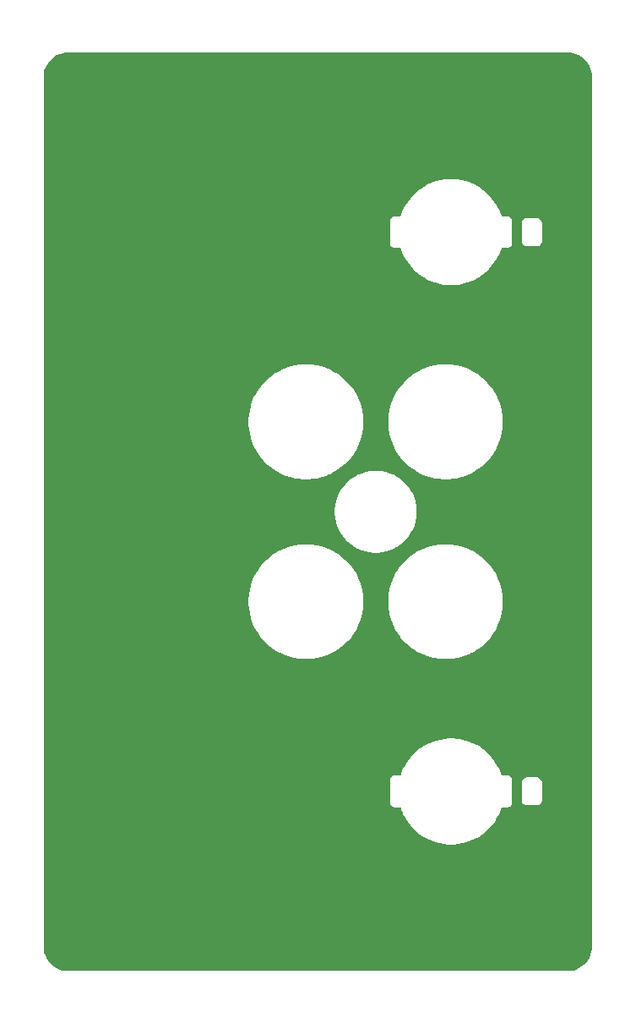
<source format=gbr>
%TF.GenerationSoftware,KiCad,Pcbnew,9.0.5-9.0.5~ubuntu24.04.1*%
%TF.CreationDate,2025-10-22T14:00:52+02:00*%
%TF.ProjectId,misrc_v2.5_front_panel,6d697372-635f-4763-922e-355f66726f6e,rev?*%
%TF.SameCoordinates,Original*%
%TF.FileFunction,Copper,L2,Bot*%
%TF.FilePolarity,Positive*%
%FSLAX46Y46*%
G04 Gerber Fmt 4.6, Leading zero omitted, Abs format (unit mm)*
G04 Created by KiCad (PCBNEW 9.0.5-9.0.5~ubuntu24.04.1) date 2025-10-22 14:00:52*
%MOMM*%
%LPD*%
G01*
G04 APERTURE LIST*
%TA.AperFunction,ComponentPad*%
%ADD10C,5.700000*%
%TD*%
G04 APERTURE END LIST*
D10*
%TO.P,H2,1,1*%
%TO.N,GND*%
X54000000Y-142000000D03*
%TD*%
%TO.P,H1,1,1*%
%TO.N,GND*%
X54000000Y-57000000D03*
%TD*%
%TO.P,H4,1,1*%
%TO.N,GND*%
X102000000Y-57000000D03*
%TD*%
%TO.P,H3,1,1*%
%TO.N,GND*%
X102000000Y-142000000D03*
%TD*%
%TA.AperFunction,Conductor*%
%TO.N,GND*%
G36*
X103001785Y-53500608D02*
G01*
X103297711Y-53518508D01*
X103304784Y-53519366D01*
X103594664Y-53572488D01*
X103601576Y-53574193D01*
X103882933Y-53661868D01*
X103889594Y-53664394D01*
X104158319Y-53785337D01*
X104164628Y-53788648D01*
X104416824Y-53941106D01*
X104422687Y-53945153D01*
X104654667Y-54126897D01*
X104660000Y-54131622D01*
X104868377Y-54339999D01*
X104873102Y-54345332D01*
X105054846Y-54577312D01*
X105058893Y-54583175D01*
X105211351Y-54835371D01*
X105214662Y-54841680D01*
X105335605Y-55110405D01*
X105338131Y-55117066D01*
X105425806Y-55398423D01*
X105427512Y-55405341D01*
X105480633Y-55695215D01*
X105481491Y-55702288D01*
X105499392Y-55998214D01*
X105499500Y-56001776D01*
X105499500Y-142998223D01*
X105499392Y-143001785D01*
X105481491Y-143297711D01*
X105480633Y-143304784D01*
X105427512Y-143594658D01*
X105425806Y-143601576D01*
X105338131Y-143882933D01*
X105335605Y-143889594D01*
X105214662Y-144158319D01*
X105211351Y-144164628D01*
X105058893Y-144416824D01*
X105054846Y-144422687D01*
X104873102Y-144654667D01*
X104868377Y-144660000D01*
X104660000Y-144868377D01*
X104654667Y-144873102D01*
X104422687Y-145054846D01*
X104416824Y-145058893D01*
X104164628Y-145211351D01*
X104158319Y-145214662D01*
X103889594Y-145335605D01*
X103882933Y-145338131D01*
X103601576Y-145425806D01*
X103594658Y-145427512D01*
X103304784Y-145480633D01*
X103297711Y-145481491D01*
X103001785Y-145499392D01*
X102998223Y-145499500D01*
X53001777Y-145499500D01*
X52998215Y-145499392D01*
X52702288Y-145481491D01*
X52695215Y-145480633D01*
X52405341Y-145427512D01*
X52398423Y-145425806D01*
X52117066Y-145338131D01*
X52110405Y-145335605D01*
X51841680Y-145214662D01*
X51835371Y-145211351D01*
X51583175Y-145058893D01*
X51577312Y-145054846D01*
X51345332Y-144873102D01*
X51339999Y-144868377D01*
X51131622Y-144660000D01*
X51126897Y-144654667D01*
X50945153Y-144422687D01*
X50941106Y-144416824D01*
X50788648Y-144164628D01*
X50785337Y-144158319D01*
X50664394Y-143889594D01*
X50661868Y-143882933D01*
X50574193Y-143601576D01*
X50572487Y-143594658D01*
X50519366Y-143304784D01*
X50518508Y-143297711D01*
X50500608Y-143001785D01*
X50500500Y-142998223D01*
X50500500Y-128530727D01*
X85249485Y-128530727D01*
X85249500Y-128600308D01*
X85249500Y-128666095D01*
X85249511Y-128666186D01*
X85249513Y-128666196D01*
X85249514Y-128666200D01*
X85266579Y-128729833D01*
X85266578Y-128729833D01*
X85266787Y-128730610D01*
X85283608Y-128793386D01*
X85283635Y-128793434D01*
X85283650Y-128793487D01*
X85283740Y-128793644D01*
X85283741Y-128793645D01*
X85316565Y-128850469D01*
X85316568Y-128850482D01*
X85316571Y-128850481D01*
X85349386Y-128907316D01*
X85349500Y-128907514D01*
X85349503Y-128907517D01*
X85349547Y-128907575D01*
X85349563Y-128907596D01*
X85349566Y-128907600D01*
X85396169Y-128954183D01*
X85442686Y-129000700D01*
X85442688Y-129000701D01*
X85442770Y-129000764D01*
X85442772Y-129000766D01*
X85499905Y-129033735D01*
X85556814Y-129066592D01*
X85556866Y-129066606D01*
X85556915Y-129066634D01*
X85620551Y-129083669D01*
X85620561Y-129083677D01*
X85620563Y-129083673D01*
X85684108Y-129100700D01*
X85684164Y-129100700D01*
X85684216Y-129100714D01*
X85749275Y-129100700D01*
X85815892Y-129100700D01*
X85819839Y-129100700D01*
X85820066Y-129100684D01*
X86253299Y-129100591D01*
X86295022Y-129117863D01*
X86309435Y-129141392D01*
X86378063Y-129353038D01*
X86378066Y-129353044D01*
X86378068Y-129353050D01*
X86479568Y-129594885D01*
X86550047Y-129762810D01*
X86755717Y-130156717D01*
X86755730Y-130156740D01*
X86993660Y-130532051D01*
X87262180Y-130886134D01*
X87559398Y-131216493D01*
X87883235Y-131520814D01*
X88231403Y-131796950D01*
X88473992Y-131958223D01*
X88601476Y-132042974D01*
X88990842Y-132257151D01*
X88990858Y-132257158D01*
X89396753Y-132437971D01*
X89396763Y-132437975D01*
X89396772Y-132437979D01*
X89816416Y-132584189D01*
X90246827Y-132694754D01*
X90684982Y-132768899D01*
X91127807Y-132806102D01*
X91127816Y-132806102D01*
X91572184Y-132806102D01*
X91572193Y-132806102D01*
X92015018Y-132768899D01*
X92453173Y-132694754D01*
X92883584Y-132584189D01*
X93303228Y-132437979D01*
X93709158Y-132257151D01*
X94098524Y-132042974D01*
X94468593Y-131796952D01*
X94816767Y-131520812D01*
X95140601Y-131216494D01*
X95437821Y-130886133D01*
X95706341Y-130532050D01*
X95944276Y-130156730D01*
X96149954Y-129762808D01*
X96321932Y-129353050D01*
X96358911Y-129239009D01*
X96390594Y-129141302D01*
X96419900Y-129106947D01*
X96446717Y-129100500D01*
X97015892Y-129100500D01*
X97143186Y-129066392D01*
X97257314Y-129000500D01*
X97257314Y-129000499D01*
X97257316Y-129000499D01*
X97350499Y-128907316D01*
X97350500Y-128907314D01*
X97416392Y-128793186D01*
X97450500Y-128665892D01*
X97450500Y-126534106D01*
X98449500Y-126534106D01*
X98449500Y-128465893D01*
X98483607Y-128593185D01*
X98483609Y-128593188D01*
X98549499Y-128707313D01*
X98549501Y-128707316D01*
X98642684Y-128800499D01*
X98642686Y-128800500D01*
X98756814Y-128866392D01*
X98884108Y-128900500D01*
X100015892Y-128900500D01*
X100143186Y-128866392D01*
X100257314Y-128800500D01*
X100257314Y-128800499D01*
X100257316Y-128800499D01*
X100350499Y-128707316D01*
X100350500Y-128707314D01*
X100416392Y-128593186D01*
X100450500Y-128465892D01*
X100450500Y-126534108D01*
X100416392Y-126406814D01*
X100350500Y-126292686D01*
X100350499Y-126292684D01*
X100257316Y-126199501D01*
X100257313Y-126199499D01*
X100143188Y-126133609D01*
X100143185Y-126133607D01*
X100015893Y-126099500D01*
X100015892Y-126099500D01*
X99015892Y-126099500D01*
X98884108Y-126099500D01*
X98884106Y-126099500D01*
X98756814Y-126133607D01*
X98756811Y-126133609D01*
X98642686Y-126199499D01*
X98549499Y-126292686D01*
X98483609Y-126406811D01*
X98483607Y-126406814D01*
X98449500Y-126534106D01*
X97450500Y-126534106D01*
X97450500Y-126334108D01*
X97416392Y-126206814D01*
X97350500Y-126092686D01*
X97350499Y-126092684D01*
X97257316Y-125999501D01*
X97257313Y-125999499D01*
X97143188Y-125933609D01*
X97143185Y-125933607D01*
X97015893Y-125899500D01*
X97015892Y-125899500D01*
X96446112Y-125899500D01*
X96404393Y-125882219D01*
X96390015Y-125858777D01*
X96321019Y-125646996D01*
X96148648Y-125237782D01*
X95942660Y-124844416D01*
X95942651Y-124844402D01*
X95942645Y-124844391D01*
X95704507Y-124469668D01*
X95704498Y-124469654D01*
X95435832Y-124116122D01*
X95138535Y-123786288D01*
X95038430Y-123692372D01*
X94814708Y-123482482D01*
X94602795Y-123314666D01*
X94466607Y-123206817D01*
X94096680Y-122961234D01*
X94096668Y-122961226D01*
X94096658Y-122961220D01*
X94096654Y-122961218D01*
X93707506Y-122747441D01*
X93707485Y-122747431D01*
X93301810Y-122566939D01*
X93301790Y-122566931D01*
X92882430Y-122420994D01*
X92882429Y-122420993D01*
X92882427Y-122420993D01*
X92452324Y-122310633D01*
X92340520Y-122291734D01*
X92014496Y-122236626D01*
X91572037Y-122199495D01*
X91572018Y-122199495D01*
X91127982Y-122199495D01*
X91127962Y-122199495D01*
X90685503Y-122236626D01*
X90247676Y-122310633D01*
X89817569Y-122420994D01*
X89398209Y-122566931D01*
X89398189Y-122566939D01*
X88992514Y-122747431D01*
X88992493Y-122747441D01*
X88603345Y-122961218D01*
X88603319Y-122961234D01*
X88233392Y-123206817D01*
X87885296Y-123482478D01*
X87561464Y-123786288D01*
X87264167Y-124116122D01*
X86995501Y-124469654D01*
X86995492Y-124469668D01*
X86757354Y-124844391D01*
X86757335Y-124844425D01*
X86551348Y-125237788D01*
X86378985Y-125646983D01*
X86378981Y-125646996D01*
X86309985Y-125858777D01*
X86280632Y-125893090D01*
X86253888Y-125899500D01*
X85684106Y-125899500D01*
X85556814Y-125933607D01*
X85556811Y-125933609D01*
X85442686Y-125999499D01*
X85349499Y-126092686D01*
X85283609Y-126206811D01*
X85283607Y-126206814D01*
X85249500Y-126334106D01*
X85249500Y-128530495D01*
X85249485Y-128530727D01*
X50500500Y-128530727D01*
X50500500Y-108274060D01*
X71049500Y-108274060D01*
X71049500Y-108725939D01*
X71084953Y-109176416D01*
X71155644Y-109622738D01*
X71261132Y-110062127D01*
X71400762Y-110491866D01*
X71400772Y-110491891D01*
X71573689Y-110909354D01*
X71573690Y-110909356D01*
X71778835Y-111311976D01*
X71778840Y-111311984D01*
X72014945Y-111697272D01*
X72014949Y-111697277D01*
X72014953Y-111697284D01*
X72236124Y-112001699D01*
X72280551Y-112062847D01*
X72453071Y-112264843D01*
X72574016Y-112406452D01*
X72574029Y-112406466D01*
X72893533Y-112725970D01*
X72893547Y-112725983D01*
X72999753Y-112816691D01*
X73237153Y-113019449D01*
X73237160Y-113019454D01*
X73602715Y-113285046D01*
X73602718Y-113285048D01*
X73602728Y-113285055D01*
X73988016Y-113521160D01*
X73988023Y-113521164D01*
X74390643Y-113726309D01*
X74390645Y-113726310D01*
X74607678Y-113816207D01*
X74808118Y-113899232D01*
X75237877Y-114038869D01*
X75677267Y-114144357D01*
X76123580Y-114215046D01*
X76461441Y-114241636D01*
X76574061Y-114250500D01*
X76574062Y-114250500D01*
X77025939Y-114250500D01*
X77116034Y-114243409D01*
X77476420Y-114215046D01*
X77922733Y-114144357D01*
X78362123Y-114038869D01*
X78791882Y-113899232D01*
X79089096Y-113776121D01*
X79209354Y-113726310D01*
X79209356Y-113726309D01*
X79611976Y-113521164D01*
X79611975Y-113521164D01*
X79611984Y-113521160D01*
X79997272Y-113285055D01*
X80362847Y-113019449D01*
X80706456Y-112725980D01*
X81025980Y-112406456D01*
X81319449Y-112062847D01*
X81585055Y-111697272D01*
X81821160Y-111311984D01*
X82026307Y-110909360D01*
X82026309Y-110909356D01*
X82026310Y-110909354D01*
X82115895Y-110693075D01*
X82199232Y-110491882D01*
X82338869Y-110062123D01*
X82444357Y-109622733D01*
X82515046Y-109176420D01*
X82550500Y-108725938D01*
X82550500Y-108274062D01*
X82550500Y-108274060D01*
X85049500Y-108274060D01*
X85049500Y-108725939D01*
X85084953Y-109176416D01*
X85155644Y-109622738D01*
X85261132Y-110062127D01*
X85400762Y-110491866D01*
X85400772Y-110491891D01*
X85573689Y-110909354D01*
X85573690Y-110909356D01*
X85778835Y-111311976D01*
X85778840Y-111311984D01*
X86014945Y-111697272D01*
X86014949Y-111697277D01*
X86014953Y-111697284D01*
X86236124Y-112001699D01*
X86280551Y-112062847D01*
X86453071Y-112264843D01*
X86574016Y-112406452D01*
X86574029Y-112406466D01*
X86893533Y-112725970D01*
X86893547Y-112725983D01*
X86999753Y-112816691D01*
X87237153Y-113019449D01*
X87237160Y-113019454D01*
X87602715Y-113285046D01*
X87602718Y-113285048D01*
X87602728Y-113285055D01*
X87988016Y-113521160D01*
X87988023Y-113521164D01*
X88390643Y-113726309D01*
X88390645Y-113726310D01*
X88607678Y-113816207D01*
X88808118Y-113899232D01*
X89237877Y-114038869D01*
X89677267Y-114144357D01*
X90123580Y-114215046D01*
X90461441Y-114241636D01*
X90574061Y-114250500D01*
X90574062Y-114250500D01*
X91025939Y-114250500D01*
X91116034Y-114243409D01*
X91476420Y-114215046D01*
X91922733Y-114144357D01*
X92362123Y-114038869D01*
X92791882Y-113899232D01*
X93089096Y-113776121D01*
X93209354Y-113726310D01*
X93209356Y-113726309D01*
X93611976Y-113521164D01*
X93611975Y-113521164D01*
X93611984Y-113521160D01*
X93997272Y-113285055D01*
X94362847Y-113019449D01*
X94706456Y-112725980D01*
X95025980Y-112406456D01*
X95319449Y-112062847D01*
X95585055Y-111697272D01*
X95821160Y-111311984D01*
X96026307Y-110909360D01*
X96026309Y-110909356D01*
X96026310Y-110909354D01*
X96115895Y-110693075D01*
X96199232Y-110491882D01*
X96338869Y-110062123D01*
X96444357Y-109622733D01*
X96515046Y-109176420D01*
X96550500Y-108725938D01*
X96550500Y-108274062D01*
X96515046Y-107823580D01*
X96444357Y-107377267D01*
X96338869Y-106937877D01*
X96199232Y-106508118D01*
X96115895Y-106306925D01*
X96026310Y-106090645D01*
X96026309Y-106090643D01*
X95821164Y-105688023D01*
X95821160Y-105688016D01*
X95585055Y-105302728D01*
X95576740Y-105291284D01*
X95319454Y-104937160D01*
X95319449Y-104937153D01*
X95025980Y-104593544D01*
X95025970Y-104593533D01*
X94706466Y-104274029D01*
X94706452Y-104274016D01*
X94516794Y-104112034D01*
X94362847Y-103980551D01*
X94348767Y-103970321D01*
X93997284Y-103714953D01*
X93997277Y-103714949D01*
X93997272Y-103714945D01*
X93611984Y-103478840D01*
X93611976Y-103478835D01*
X93209356Y-103273690D01*
X93209354Y-103273689D01*
X92855458Y-103127102D01*
X92791882Y-103100768D01*
X92791876Y-103100766D01*
X92791866Y-103100762D01*
X92362127Y-102961132D01*
X91922738Y-102855644D01*
X91922735Y-102855643D01*
X91922733Y-102855643D01*
X91761096Y-102830042D01*
X91476416Y-102784953D01*
X91025939Y-102749500D01*
X91025938Y-102749500D01*
X90574062Y-102749500D01*
X90574061Y-102749500D01*
X90123583Y-102784953D01*
X89677261Y-102855644D01*
X89237872Y-102961132D01*
X88808133Y-103100762D01*
X88808108Y-103100772D01*
X88390645Y-103273689D01*
X88390643Y-103273690D01*
X87988023Y-103478835D01*
X87602715Y-103714953D01*
X87237160Y-103980545D01*
X86893547Y-104274016D01*
X86893533Y-104274029D01*
X86574029Y-104593533D01*
X86574016Y-104593547D01*
X86280545Y-104937160D01*
X86014953Y-105302715D01*
X85778835Y-105688023D01*
X85573690Y-106090643D01*
X85573689Y-106090645D01*
X85400772Y-106508108D01*
X85400762Y-106508133D01*
X85261132Y-106937872D01*
X85155644Y-107377261D01*
X85084953Y-107823583D01*
X85049500Y-108274060D01*
X82550500Y-108274060D01*
X82515046Y-107823580D01*
X82444357Y-107377267D01*
X82338869Y-106937877D01*
X82199232Y-106508118D01*
X82115895Y-106306925D01*
X82026310Y-106090645D01*
X82026309Y-106090643D01*
X81821164Y-105688023D01*
X81821160Y-105688016D01*
X81585055Y-105302728D01*
X81576740Y-105291284D01*
X81319454Y-104937160D01*
X81319449Y-104937153D01*
X81025980Y-104593544D01*
X81025970Y-104593533D01*
X80706466Y-104274029D01*
X80706452Y-104274016D01*
X80516794Y-104112034D01*
X80362847Y-103980551D01*
X80348767Y-103970321D01*
X79997284Y-103714953D01*
X79997277Y-103714949D01*
X79997272Y-103714945D01*
X79611984Y-103478840D01*
X79611976Y-103478835D01*
X79209356Y-103273690D01*
X79209354Y-103273689D01*
X78855458Y-103127102D01*
X78791882Y-103100768D01*
X78791876Y-103100766D01*
X78791866Y-103100762D01*
X78362127Y-102961132D01*
X77922738Y-102855644D01*
X77922735Y-102855643D01*
X77922733Y-102855643D01*
X77761096Y-102830042D01*
X77476416Y-102784953D01*
X77025939Y-102749500D01*
X77025938Y-102749500D01*
X76574062Y-102749500D01*
X76574061Y-102749500D01*
X76123583Y-102784953D01*
X75677261Y-102855644D01*
X75237872Y-102961132D01*
X74808133Y-103100762D01*
X74808108Y-103100772D01*
X74390645Y-103273689D01*
X74390643Y-103273690D01*
X73988023Y-103478835D01*
X73602715Y-103714953D01*
X73237160Y-103980545D01*
X72893547Y-104274016D01*
X72893533Y-104274029D01*
X72574029Y-104593533D01*
X72574016Y-104593547D01*
X72280545Y-104937160D01*
X72014953Y-105302715D01*
X71778835Y-105688023D01*
X71573690Y-106090643D01*
X71573689Y-106090645D01*
X71400772Y-106508108D01*
X71400762Y-106508133D01*
X71261132Y-106937872D01*
X71155644Y-107377261D01*
X71084953Y-107823583D01*
X71049500Y-108274060D01*
X50500500Y-108274060D01*
X50500500Y-99298554D01*
X79699500Y-99298554D01*
X79699500Y-99701445D01*
X79738990Y-100102394D01*
X79738991Y-100102405D01*
X79817588Y-100497538D01*
X79817589Y-100497543D01*
X79934540Y-100883077D01*
X80088719Y-101255298D01*
X80088726Y-101255312D01*
X80278630Y-101610601D01*
X80278633Y-101610606D01*
X80278637Y-101610613D01*
X80278642Y-101610621D01*
X80502476Y-101945611D01*
X80758066Y-102257048D01*
X81042952Y-102541934D01*
X81354389Y-102797524D01*
X81689379Y-103021358D01*
X81689389Y-103021363D01*
X81689393Y-103021366D01*
X81689398Y-103021369D01*
X81979585Y-103176475D01*
X82044696Y-103211278D01*
X82195370Y-103273689D01*
X82416922Y-103365459D01*
X82802456Y-103482410D01*
X82802461Y-103482411D01*
X83197594Y-103561008D01*
X83197597Y-103561008D01*
X83197606Y-103561010D01*
X83559064Y-103596610D01*
X83598554Y-103600500D01*
X83598555Y-103600500D01*
X84001446Y-103600500D01*
X84037395Y-103596959D01*
X84402394Y-103561010D01*
X84402403Y-103561008D01*
X84402405Y-103561008D01*
X84797538Y-103482411D01*
X84797543Y-103482410D01*
X85183077Y-103365459D01*
X85183078Y-103365458D01*
X85183083Y-103365457D01*
X85555304Y-103211278D01*
X85804117Y-103078285D01*
X85910601Y-103021369D01*
X85910606Y-103021366D01*
X85910605Y-103021366D01*
X85910621Y-103021358D01*
X86245611Y-102797524D01*
X86557048Y-102541934D01*
X86841934Y-102257048D01*
X87097524Y-101945611D01*
X87321358Y-101610621D01*
X87511278Y-101255304D01*
X87665457Y-100883083D01*
X87782410Y-100497542D01*
X87861010Y-100102394D01*
X87900500Y-99701445D01*
X87900500Y-99298555D01*
X87861010Y-98897606D01*
X87782410Y-98502458D01*
X87782410Y-98502456D01*
X87665459Y-98116922D01*
X87511280Y-97744701D01*
X87511273Y-97744687D01*
X87321369Y-97389398D01*
X87321366Y-97389393D01*
X87321363Y-97389389D01*
X87321358Y-97389379D01*
X87097524Y-97054389D01*
X86841934Y-96742952D01*
X86557048Y-96458066D01*
X86245611Y-96202476D01*
X85910621Y-95978642D01*
X85910613Y-95978637D01*
X85910606Y-95978633D01*
X85910601Y-95978630D01*
X85555312Y-95788726D01*
X85555298Y-95788719D01*
X85183077Y-95634540D01*
X84797543Y-95517589D01*
X84797538Y-95517588D01*
X84402405Y-95438991D01*
X84402394Y-95438990D01*
X84001446Y-95399500D01*
X84001445Y-95399500D01*
X83598555Y-95399500D01*
X83598554Y-95399500D01*
X83197605Y-95438990D01*
X83197594Y-95438991D01*
X82802461Y-95517588D01*
X82802456Y-95517589D01*
X82416922Y-95634540D01*
X82044701Y-95788719D01*
X82044687Y-95788726D01*
X81689398Y-95978630D01*
X81689393Y-95978633D01*
X81689381Y-95978640D01*
X81689379Y-95978642D01*
X81517483Y-96093499D01*
X81354387Y-96202477D01*
X81042953Y-96458064D01*
X80758064Y-96742953D01*
X80502477Y-97054387D01*
X80278633Y-97389393D01*
X80278630Y-97389398D01*
X80088726Y-97744687D01*
X80088719Y-97744701D01*
X79934540Y-98116922D01*
X79817589Y-98502456D01*
X79817588Y-98502461D01*
X79738991Y-98897594D01*
X79738990Y-98897605D01*
X79699500Y-99298554D01*
X50500500Y-99298554D01*
X50500500Y-90274060D01*
X71049500Y-90274060D01*
X71049500Y-90725939D01*
X71084953Y-91176416D01*
X71155644Y-91622738D01*
X71261132Y-92062127D01*
X71400762Y-92491866D01*
X71400772Y-92491891D01*
X71573689Y-92909354D01*
X71573690Y-92909356D01*
X71778835Y-93311976D01*
X71778840Y-93311984D01*
X72014945Y-93697272D01*
X72014949Y-93697277D01*
X72014953Y-93697284D01*
X72236124Y-94001699D01*
X72280551Y-94062847D01*
X72453071Y-94264843D01*
X72574016Y-94406452D01*
X72574029Y-94406466D01*
X72893533Y-94725970D01*
X72893547Y-94725983D01*
X72999753Y-94816691D01*
X73237153Y-95019449D01*
X73237160Y-95019454D01*
X73602715Y-95285046D01*
X73602718Y-95285048D01*
X73602728Y-95285055D01*
X73988016Y-95521160D01*
X73988023Y-95521164D01*
X74390643Y-95726309D01*
X74390645Y-95726310D01*
X74607678Y-95816207D01*
X74808118Y-95899232D01*
X75237877Y-96038869D01*
X75677267Y-96144357D01*
X76123580Y-96215046D01*
X76461441Y-96241636D01*
X76574061Y-96250500D01*
X76574062Y-96250500D01*
X77025939Y-96250500D01*
X77116034Y-96243409D01*
X77476420Y-96215046D01*
X77922733Y-96144357D01*
X78362123Y-96038869D01*
X78791882Y-95899232D01*
X79089096Y-95776121D01*
X79209354Y-95726310D01*
X79209356Y-95726309D01*
X79611976Y-95521164D01*
X79611975Y-95521164D01*
X79611984Y-95521160D01*
X79997272Y-95285055D01*
X80362847Y-95019449D01*
X80706456Y-94725980D01*
X81025980Y-94406456D01*
X81319449Y-94062847D01*
X81585055Y-93697272D01*
X81821160Y-93311984D01*
X82026307Y-92909360D01*
X82026309Y-92909356D01*
X82026310Y-92909354D01*
X82115895Y-92693075D01*
X82199232Y-92491882D01*
X82338869Y-92062123D01*
X82444357Y-91622733D01*
X82515046Y-91176420D01*
X82550500Y-90725938D01*
X82550500Y-90274062D01*
X82550500Y-90274060D01*
X85049500Y-90274060D01*
X85049500Y-90725939D01*
X85084953Y-91176416D01*
X85155644Y-91622738D01*
X85261132Y-92062127D01*
X85400762Y-92491866D01*
X85400772Y-92491891D01*
X85573689Y-92909354D01*
X85573690Y-92909356D01*
X85778835Y-93311976D01*
X85778840Y-93311984D01*
X86014945Y-93697272D01*
X86014949Y-93697277D01*
X86014953Y-93697284D01*
X86236124Y-94001699D01*
X86280551Y-94062847D01*
X86453071Y-94264843D01*
X86574016Y-94406452D01*
X86574029Y-94406466D01*
X86893533Y-94725970D01*
X86893547Y-94725983D01*
X86999753Y-94816691D01*
X87237153Y-95019449D01*
X87237160Y-95019454D01*
X87602715Y-95285046D01*
X87602718Y-95285048D01*
X87602728Y-95285055D01*
X87988016Y-95521160D01*
X87988023Y-95521164D01*
X88390643Y-95726309D01*
X88390645Y-95726310D01*
X88607678Y-95816207D01*
X88808118Y-95899232D01*
X89237877Y-96038869D01*
X89677267Y-96144357D01*
X90123580Y-96215046D01*
X90461441Y-96241636D01*
X90574061Y-96250500D01*
X90574062Y-96250500D01*
X91025939Y-96250500D01*
X91116034Y-96243409D01*
X91476420Y-96215046D01*
X91922733Y-96144357D01*
X92362123Y-96038869D01*
X92791882Y-95899232D01*
X93089096Y-95776121D01*
X93209354Y-95726310D01*
X93209356Y-95726309D01*
X93611976Y-95521164D01*
X93611975Y-95521164D01*
X93611984Y-95521160D01*
X93997272Y-95285055D01*
X94362847Y-95019449D01*
X94706456Y-94725980D01*
X95025980Y-94406456D01*
X95319449Y-94062847D01*
X95585055Y-93697272D01*
X95821160Y-93311984D01*
X96026307Y-92909360D01*
X96026309Y-92909356D01*
X96026310Y-92909354D01*
X96115895Y-92693075D01*
X96199232Y-92491882D01*
X96338869Y-92062123D01*
X96444357Y-91622733D01*
X96515046Y-91176420D01*
X96550500Y-90725938D01*
X96550500Y-90274062D01*
X96515046Y-89823580D01*
X96444357Y-89377267D01*
X96338869Y-88937877D01*
X96199232Y-88508118D01*
X96115895Y-88306925D01*
X96026310Y-88090645D01*
X96026309Y-88090643D01*
X95821164Y-87688023D01*
X95821160Y-87688016D01*
X95585055Y-87302728D01*
X95576740Y-87291284D01*
X95319454Y-86937160D01*
X95319449Y-86937153D01*
X95025980Y-86593544D01*
X95025970Y-86593533D01*
X94706466Y-86274029D01*
X94706452Y-86274016D01*
X94516794Y-86112034D01*
X94362847Y-85980551D01*
X94348767Y-85970321D01*
X93997284Y-85714953D01*
X93997277Y-85714949D01*
X93997272Y-85714945D01*
X93611984Y-85478840D01*
X93611976Y-85478835D01*
X93209356Y-85273690D01*
X93209354Y-85273689D01*
X92855458Y-85127102D01*
X92791882Y-85100768D01*
X92791876Y-85100766D01*
X92791866Y-85100762D01*
X92362127Y-84961132D01*
X91922738Y-84855644D01*
X91922735Y-84855643D01*
X91922733Y-84855643D01*
X91761096Y-84830042D01*
X91476416Y-84784953D01*
X91025939Y-84749500D01*
X91025938Y-84749500D01*
X90574062Y-84749500D01*
X90574061Y-84749500D01*
X90123583Y-84784953D01*
X89677261Y-84855644D01*
X89237872Y-84961132D01*
X88808133Y-85100762D01*
X88808108Y-85100772D01*
X88390645Y-85273689D01*
X88390643Y-85273690D01*
X87988023Y-85478835D01*
X87602715Y-85714953D01*
X87237160Y-85980545D01*
X86893547Y-86274016D01*
X86893533Y-86274029D01*
X86574029Y-86593533D01*
X86574016Y-86593547D01*
X86280545Y-86937160D01*
X86014953Y-87302715D01*
X85778835Y-87688023D01*
X85573690Y-88090643D01*
X85573689Y-88090645D01*
X85400772Y-88508108D01*
X85400762Y-88508133D01*
X85261132Y-88937872D01*
X85155644Y-89377261D01*
X85084953Y-89823583D01*
X85049500Y-90274060D01*
X82550500Y-90274060D01*
X82515046Y-89823580D01*
X82444357Y-89377267D01*
X82338869Y-88937877D01*
X82199232Y-88508118D01*
X82115895Y-88306925D01*
X82026310Y-88090645D01*
X82026309Y-88090643D01*
X81821164Y-87688023D01*
X81821160Y-87688016D01*
X81585055Y-87302728D01*
X81576740Y-87291284D01*
X81319454Y-86937160D01*
X81319449Y-86937153D01*
X81025980Y-86593544D01*
X81025970Y-86593533D01*
X80706466Y-86274029D01*
X80706452Y-86274016D01*
X80516794Y-86112034D01*
X80362847Y-85980551D01*
X80348767Y-85970321D01*
X79997284Y-85714953D01*
X79997277Y-85714949D01*
X79997272Y-85714945D01*
X79611984Y-85478840D01*
X79611976Y-85478835D01*
X79209356Y-85273690D01*
X79209354Y-85273689D01*
X78855458Y-85127102D01*
X78791882Y-85100768D01*
X78791876Y-85100766D01*
X78791866Y-85100762D01*
X78362127Y-84961132D01*
X77922738Y-84855644D01*
X77922735Y-84855643D01*
X77922733Y-84855643D01*
X77761096Y-84830042D01*
X77476416Y-84784953D01*
X77025939Y-84749500D01*
X77025938Y-84749500D01*
X76574062Y-84749500D01*
X76574061Y-84749500D01*
X76123583Y-84784953D01*
X75677261Y-84855644D01*
X75237872Y-84961132D01*
X74808133Y-85100762D01*
X74808108Y-85100772D01*
X74390645Y-85273689D01*
X74390643Y-85273690D01*
X73988023Y-85478835D01*
X73602715Y-85714953D01*
X73237160Y-85980545D01*
X72893547Y-86274016D01*
X72893533Y-86274029D01*
X72574029Y-86593533D01*
X72574016Y-86593547D01*
X72280545Y-86937160D01*
X72014953Y-87302715D01*
X71778835Y-87688023D01*
X71573690Y-88090643D01*
X71573689Y-88090645D01*
X71400772Y-88508108D01*
X71400762Y-88508133D01*
X71261132Y-88937872D01*
X71155644Y-89377261D01*
X71084953Y-89823583D01*
X71049500Y-90274060D01*
X50500500Y-90274060D01*
X50500500Y-70334106D01*
X85249500Y-70334106D01*
X85249500Y-70334107D01*
X85249500Y-70334108D01*
X85249500Y-72534110D01*
X85249500Y-72665894D01*
X85260599Y-72707314D01*
X85283608Y-72793187D01*
X85283610Y-72793190D01*
X85349500Y-72907314D01*
X85349502Y-72907317D01*
X85442683Y-73000498D01*
X85442685Y-73000499D01*
X85442687Y-73000501D01*
X85556816Y-73066393D01*
X85615894Y-73082222D01*
X85684108Y-73100500D01*
X85684110Y-73100500D01*
X85684112Y-73100500D01*
X85827625Y-73100500D01*
X85827627Y-73100498D01*
X86253886Y-73100498D01*
X86295605Y-73117779D01*
X86309984Y-73141222D01*
X86378984Y-73353012D01*
X86551348Y-73762211D01*
X86551352Y-73762218D01*
X86757340Y-74155584D01*
X86757344Y-74155591D01*
X86757354Y-74155608D01*
X86995492Y-74530331D01*
X86995502Y-74530346D01*
X87264169Y-74883879D01*
X87561460Y-75213707D01*
X87885292Y-75517518D01*
X87885296Y-75517521D01*
X88189321Y-75758282D01*
X88233395Y-75793184D01*
X88603332Y-76038774D01*
X88603345Y-76038781D01*
X88992493Y-76252558D01*
X88992505Y-76252563D01*
X88992511Y-76252567D01*
X89398205Y-76433067D01*
X89817573Y-76579007D01*
X90247676Y-76689367D01*
X90685501Y-76763373D01*
X90773261Y-76770737D01*
X91127962Y-76800504D01*
X91127978Y-76800504D01*
X91127982Y-76800505D01*
X91127985Y-76800505D01*
X91572015Y-76800505D01*
X91572018Y-76800505D01*
X91572021Y-76800504D01*
X91572037Y-76800504D01*
X91882858Y-76774419D01*
X92014499Y-76763373D01*
X92452324Y-76689367D01*
X92882427Y-76579007D01*
X93301795Y-76433067D01*
X93707489Y-76252567D01*
X93707501Y-76252560D01*
X93707506Y-76252558D01*
X93835568Y-76182207D01*
X94096668Y-76038774D01*
X94466605Y-75793184D01*
X94814708Y-75517518D01*
X95138540Y-75213707D01*
X95435831Y-74883879D01*
X95704498Y-74530346D01*
X95942660Y-74155584D01*
X96148648Y-73762218D01*
X96321019Y-73353004D01*
X96390015Y-73141220D01*
X96419368Y-73106908D01*
X96446111Y-73100498D01*
X96877237Y-73100498D01*
X96877243Y-73100500D01*
X96884108Y-73100500D01*
X97015888Y-73100500D01*
X97015890Y-73100500D01*
X97015892Y-73100500D01*
X97084106Y-73082222D01*
X97143184Y-73066393D01*
X97257313Y-73000501D01*
X97257316Y-73000498D01*
X97350498Y-72907317D01*
X97350499Y-72907315D01*
X97416391Y-72793188D01*
X97450500Y-72665894D01*
X97450500Y-72534110D01*
X97450500Y-70534106D01*
X98449500Y-70534106D01*
X98449500Y-72465893D01*
X98483607Y-72593185D01*
X98483609Y-72593188D01*
X98549499Y-72707313D01*
X98549501Y-72707316D01*
X98642684Y-72800499D01*
X98642686Y-72800500D01*
X98756814Y-72866392D01*
X98884108Y-72900500D01*
X100015892Y-72900500D01*
X100143186Y-72866392D01*
X100257314Y-72800500D01*
X100257314Y-72800499D01*
X100257316Y-72800499D01*
X100350499Y-72707316D01*
X100350500Y-72707314D01*
X100416392Y-72593186D01*
X100450500Y-72465892D01*
X100450500Y-70534108D01*
X100416392Y-70406814D01*
X100350500Y-70292686D01*
X100350499Y-70292684D01*
X100257316Y-70199501D01*
X100257313Y-70199499D01*
X100143188Y-70133609D01*
X100143185Y-70133607D01*
X100015893Y-70099500D01*
X100015892Y-70099500D01*
X99015892Y-70099500D01*
X98884108Y-70099500D01*
X98884106Y-70099500D01*
X98756814Y-70133607D01*
X98756811Y-70133609D01*
X98642686Y-70199499D01*
X98549499Y-70292686D01*
X98483609Y-70406811D01*
X98483607Y-70406814D01*
X98449500Y-70534106D01*
X97450500Y-70534106D01*
X97450500Y-70334108D01*
X97416392Y-70206814D01*
X97350500Y-70092686D01*
X97350499Y-70092684D01*
X97257316Y-69999501D01*
X97257313Y-69999499D01*
X97143188Y-69933609D01*
X97143185Y-69933607D01*
X97015893Y-69899500D01*
X97015892Y-69899500D01*
X96446112Y-69899500D01*
X96404393Y-69882219D01*
X96390015Y-69858777D01*
X96321019Y-69646996D01*
X96148648Y-69237782D01*
X95942660Y-68844416D01*
X95942651Y-68844402D01*
X95942645Y-68844391D01*
X95704507Y-68469668D01*
X95704498Y-68469654D01*
X95435832Y-68116122D01*
X95138535Y-67786288D01*
X95038430Y-67692372D01*
X94814708Y-67482482D01*
X94602795Y-67314666D01*
X94466607Y-67206817D01*
X94096680Y-66961234D01*
X94096668Y-66961226D01*
X94096658Y-66961220D01*
X94096654Y-66961218D01*
X93707506Y-66747441D01*
X93707485Y-66747431D01*
X93301810Y-66566939D01*
X93301790Y-66566931D01*
X92882430Y-66420994D01*
X92882429Y-66420993D01*
X92882427Y-66420993D01*
X92452324Y-66310633D01*
X92340520Y-66291734D01*
X92014496Y-66236626D01*
X91572037Y-66199495D01*
X91572018Y-66199495D01*
X91127982Y-66199495D01*
X91127962Y-66199495D01*
X90685503Y-66236626D01*
X90247676Y-66310633D01*
X89817569Y-66420994D01*
X89398209Y-66566931D01*
X89398189Y-66566939D01*
X88992514Y-66747431D01*
X88992493Y-66747441D01*
X88603345Y-66961218D01*
X88603319Y-66961234D01*
X88233392Y-67206817D01*
X87885296Y-67482478D01*
X87561464Y-67786288D01*
X87264167Y-68116122D01*
X86995501Y-68469654D01*
X86995492Y-68469668D01*
X86757354Y-68844391D01*
X86757335Y-68844425D01*
X86551348Y-69237788D01*
X86378985Y-69646983D01*
X86378981Y-69646996D01*
X86309985Y-69858777D01*
X86280632Y-69893090D01*
X86253888Y-69899500D01*
X85684106Y-69899500D01*
X85556814Y-69933607D01*
X85556811Y-69933609D01*
X85442686Y-69999499D01*
X85349499Y-70092686D01*
X85283609Y-70206811D01*
X85283607Y-70206814D01*
X85249500Y-70334106D01*
X50500500Y-70334106D01*
X50500500Y-56001776D01*
X50500608Y-55998214D01*
X50518508Y-55702288D01*
X50519366Y-55695215D01*
X50557752Y-55485750D01*
X50572489Y-55405331D01*
X50574193Y-55398423D01*
X50661868Y-55117066D01*
X50664394Y-55110405D01*
X50785341Y-54841672D01*
X50788644Y-54835378D01*
X50941109Y-54583170D01*
X50945153Y-54577312D01*
X51126904Y-54345323D01*
X51131614Y-54340007D01*
X51340007Y-54131614D01*
X51345323Y-54126904D01*
X51577317Y-53945149D01*
X51583170Y-53941109D01*
X51835378Y-53788644D01*
X51841672Y-53785341D01*
X52110407Y-53664392D01*
X52117066Y-53661868D01*
X52398423Y-53574193D01*
X52405331Y-53572489D01*
X52695217Y-53519365D01*
X52702286Y-53518508D01*
X52998215Y-53500608D01*
X53001777Y-53500500D01*
X53065892Y-53500500D01*
X102934108Y-53500500D01*
X102998223Y-53500500D01*
X103001785Y-53500608D01*
G37*
%TD.AperFunction*%
%TD*%
M02*

</source>
